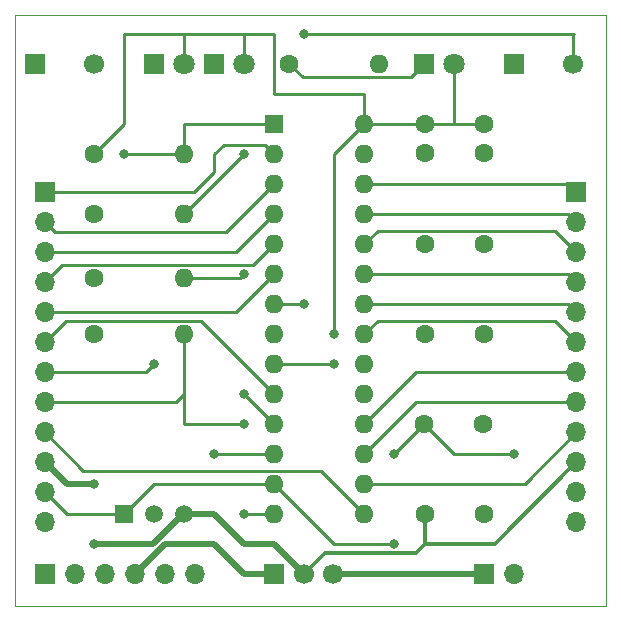
<source format=gbr>
%TF.GenerationSoftware,KiCad,Pcbnew,7.0.1-3b83917a11~172~ubuntu22.04.1*%
%TF.CreationDate,2023-04-12T17:14:37-05:00*%
%TF.ProjectId,Project,50726f6a-6563-4742-9e6b-696361645f70,rev?*%
%TF.SameCoordinates,Original*%
%TF.FileFunction,Copper,L1,Top*%
%TF.FilePolarity,Positive*%
%FSLAX46Y46*%
G04 Gerber Fmt 4.6, Leading zero omitted, Abs format (unit mm)*
G04 Created by KiCad (PCBNEW 7.0.1-3b83917a11~172~ubuntu22.04.1) date 2023-04-12 17:14:37*
%MOMM*%
%LPD*%
G01*
G04 APERTURE LIST*
%TA.AperFunction,ComponentPad*%
%ADD10R,1.600000X1.600000*%
%TD*%
%TA.AperFunction,ComponentPad*%
%ADD11O,1.600000X1.600000*%
%TD*%
%TA.AperFunction,ComponentPad*%
%ADD12R,1.500000X1.500000*%
%TD*%
%TA.AperFunction,ComponentPad*%
%ADD13C,1.500000*%
%TD*%
%TA.AperFunction,ComponentPad*%
%ADD14R,1.700000X1.700000*%
%TD*%
%TA.AperFunction,ComponentPad*%
%ADD15C,1.700000*%
%TD*%
%TA.AperFunction,ComponentPad*%
%ADD16C,1.600000*%
%TD*%
%TA.AperFunction,ComponentPad*%
%ADD17O,1.700000X1.700000*%
%TD*%
%TA.AperFunction,ComponentPad*%
%ADD18R,1.800000X1.800000*%
%TD*%
%TA.AperFunction,ComponentPad*%
%ADD19C,1.800000*%
%TD*%
%TA.AperFunction,ViaPad*%
%ADD20C,0.800000*%
%TD*%
%TA.AperFunction,Conductor*%
%ADD21C,0.500000*%
%TD*%
%TA.AperFunction,Conductor*%
%ADD22C,0.250000*%
%TD*%
%TA.AperFunction,Conductor*%
%ADD23C,0.350000*%
%TD*%
%TA.AperFunction,Profile*%
%ADD24C,0.100000*%
%TD*%
G04 APERTURE END LIST*
D10*
%TO.P,U2,1,MCLR*%
%TO.N,/MCLR*%
X121920000Y-109220000D03*
D11*
%TO.P,U2,2,A0*%
%TO.N,/A0*%
X121920000Y-111760000D03*
%TO.P,U2,3,A1*%
%TO.N,/A1*%
X121920000Y-114300000D03*
%TO.P,U2,4,B0*%
%TO.N,/B0*%
X121920000Y-116840000D03*
%TO.P,U2,5,B1*%
%TO.N,/B1*%
X121920000Y-119380000D03*
%TO.P,U2,6,B2*%
%TO.N,/B2*%
X121920000Y-121920000D03*
%TO.P,U2,7,B3*%
%TO.N,/U1TX*%
X121920000Y-124460000D03*
%TO.P,U2,8,Vss*%
%TO.N,GND*%
X121920000Y-127000000D03*
%TO.P,U2,9,A2*%
%TO.N,/U1RX*%
X121920000Y-129540000D03*
%TO.P,U2,10,A3*%
%TO.N,/A3*%
X121920000Y-132080000D03*
%TO.P,U2,11,B4*%
%TO.N,/GREEN*%
X121920000Y-134620000D03*
%TO.P,U2,12,A4*%
%TO.N,/USER*%
X121920000Y-137160000D03*
%TO.P,U2,13,Vdd*%
%TO.N,+3.3V*%
X121920000Y-139700000D03*
%TO.P,U2,14,B5*%
%TO.N,/YELLOW*%
X121920000Y-142240000D03*
%TO.P,U2,15,B6*%
%TO.N,/B6*%
X129540000Y-142240000D03*
%TO.P,U2,16,B7*%
%TO.N,/B7*%
X129540000Y-139700000D03*
%TO.P,U2,17,B8*%
%TO.N,/B8*%
X129540000Y-137160000D03*
%TO.P,U2,18,B9*%
%TO.N,/B9*%
X129540000Y-134620000D03*
%TO.P,U2,19,Vss*%
%TO.N,GND*%
X129540000Y-132080000D03*
%TO.P,U2,20,Vcap*%
%TO.N,Net-(U2-Vcap)*%
X129540000Y-129540000D03*
%TO.P,U2,21,B10*%
%TO.N,/B10*%
X129540000Y-127000000D03*
%TO.P,U2,22,B11*%
%TO.N,/B11*%
X129540000Y-124460000D03*
%TO.P,U2,23,B12*%
%TO.N,/B12*%
X129540000Y-121920000D03*
%TO.P,U2,24,B13*%
%TO.N,/B13*%
X129540000Y-119380000D03*
%TO.P,U2,25,B14*%
%TO.N,/B14*%
X129540000Y-116840000D03*
%TO.P,U2,26,B15*%
%TO.N,/B15*%
X129540000Y-114300000D03*
%TO.P,U2,27,AVss*%
%TO.N,GND*%
X129540000Y-111760000D03*
%TO.P,U2,28,AVdd*%
%TO.N,+3.3V*%
X129540000Y-109220000D03*
%TD*%
D12*
%TO.P,U1,1,VO*%
%TO.N,+3.3V*%
X109220000Y-142240000D03*
D13*
%TO.P,U1,2,GND*%
%TO.N,GND*%
X111760000Y-142240000D03*
%TO.P,U1,3,VI*%
%TO.N,/Vin*%
X114300000Y-142240000D03*
%TD*%
D14*
%TO.P,SW3,1,1*%
%TO.N,GND*%
X101680000Y-104140000D03*
D15*
%TO.P,SW3,2,2*%
%TO.N,/MCLR*%
X106680000Y-104140000D03*
%TD*%
D14*
%TO.P,SW2,1,1*%
%TO.N,GND*%
X142240000Y-104140000D03*
D15*
%TO.P,SW2,2,2*%
%TO.N,/USER*%
X147240000Y-104140000D03*
%TD*%
D14*
%TO.P,SW1,1,A*%
%TO.N,+5V*%
X121920000Y-147320000D03*
D15*
%TO.P,SW1,2,B*%
%TO.N,/Vin*%
X124420000Y-147320000D03*
%TO.P,SW1,3,C*%
%TO.N,Net-(J1-5V)*%
X126920000Y-147320000D03*
%TD*%
D16*
%TO.P,R5,1*%
%TO.N,Net-(D3-K)*%
X123190000Y-104140000D03*
D11*
%TO.P,R5,2*%
%TO.N,GND*%
X130810000Y-104140000D03*
%TD*%
D16*
%TO.P,R4,1*%
%TO.N,Net-(D2-K)*%
X106680000Y-127000000D03*
D11*
%TO.P,R4,2*%
%TO.N,/YELLOW*%
X114300000Y-127000000D03*
%TD*%
D16*
%TO.P,R3,1*%
%TO.N,Net-(D1-K)*%
X106680000Y-122300000D03*
D11*
%TO.P,R3,2*%
%TO.N,/GREEN*%
X114300000Y-122300000D03*
%TD*%
D16*
%TO.P,R2,1*%
%TO.N,+3.3V*%
X106680000Y-116840000D03*
D11*
%TO.P,R2,2*%
%TO.N,/USER*%
X114300000Y-116840000D03*
%TD*%
D16*
%TO.P,R1,1*%
%TO.N,+3.3V*%
X106680000Y-111760000D03*
D11*
%TO.P,R1,2*%
%TO.N,/MCLR*%
X114300000Y-111760000D03*
%TD*%
D14*
%TO.P,J4,1,1*%
%TO.N,/B15*%
X147500000Y-115000000D03*
D17*
%TO.P,J4,2,2*%
%TO.N,/B14*%
X147500000Y-117540000D03*
%TO.P,J4,3,3*%
%TO.N,/B13*%
X147500000Y-120080000D03*
%TO.P,J4,4,4*%
%TO.N,/B12*%
X147500000Y-122620000D03*
%TO.P,J4,5,5*%
%TO.N,/B11*%
X147500000Y-125160000D03*
%TO.P,J4,6,6*%
%TO.N,/B10*%
X147500000Y-127700000D03*
%TO.P,J4,7,7*%
%TO.N,/B9*%
X147500000Y-130240000D03*
%TO.P,J4,8,8*%
%TO.N,/B8*%
X147500000Y-132780000D03*
%TO.P,J4,9,9*%
%TO.N,/B7*%
X147500000Y-135320000D03*
%TO.P,J4,10,10*%
%TO.N,/Vin*%
X147500000Y-137860000D03*
%TO.P,J4,11,11*%
%TO.N,+3.3V*%
X147500000Y-140400000D03*
%TO.P,J4,12,12*%
%TO.N,GND*%
X147500000Y-142940000D03*
%TD*%
D14*
%TO.P,J3,1,1*%
%TO.N,/A0*%
X102500000Y-115000000D03*
D17*
%TO.P,J3,2,2*%
%TO.N,/A1*%
X102500000Y-117540000D03*
%TO.P,J3,3,3*%
%TO.N,/B0*%
X102500000Y-120080000D03*
%TO.P,J3,4,4*%
%TO.N,/B1*%
X102500000Y-122620000D03*
%TO.P,J3,5,5*%
%TO.N,/B2*%
X102500000Y-125160000D03*
%TO.P,J3,6,6*%
%TO.N,/A3*%
X102500000Y-127700000D03*
%TO.P,J3,7,7*%
%TO.N,/GREEN*%
X102500000Y-130240000D03*
%TO.P,J3,8,8*%
%TO.N,/YELLOW*%
X102500000Y-132780000D03*
%TO.P,J3,9,9*%
%TO.N,/B6*%
X102500000Y-135320000D03*
%TO.P,J3,10,10*%
%TO.N,/Vin*%
X102500000Y-137860000D03*
%TO.P,J3,11,11*%
%TO.N,+3.3V*%
X102500000Y-140400000D03*
%TO.P,J3,12,12*%
%TO.N,GND*%
X102500000Y-142940000D03*
%TD*%
D14*
%TO.P,J2,1,1*%
%TO.N,unconnected-(J2-Pad1)*%
X102500000Y-147320000D03*
D17*
%TO.P,J2,2,2*%
%TO.N,/U1TX*%
X105040000Y-147320000D03*
%TO.P,J2,3,3*%
%TO.N,/U1RX*%
X107580000Y-147320000D03*
%TO.P,J2,4,4*%
%TO.N,+5V*%
X110120000Y-147320000D03*
%TO.P,J2,5,5*%
%TO.N,unconnected-(J2-Pad5)*%
X112660000Y-147320000D03*
%TO.P,J2,6,6*%
%TO.N,GND*%
X115200000Y-147320000D03*
%TD*%
D14*
%TO.P,J1,1,5V*%
%TO.N,Net-(J1-5V)*%
X139700000Y-147320000D03*
D17*
%TO.P,J1,2,GND*%
%TO.N,GND*%
X142240000Y-147320000D03*
%TD*%
D18*
%TO.P,D3,1,K*%
%TO.N,Net-(D3-K)*%
X134620000Y-104140000D03*
D19*
%TO.P,D3,2,A*%
%TO.N,+3.3V*%
X137160000Y-104140000D03*
%TD*%
D18*
%TO.P,D2,1,K*%
%TO.N,Net-(D2-K)*%
X116840000Y-104140000D03*
D19*
%TO.P,D2,2,A*%
%TO.N,+3.3V*%
X119380000Y-104140000D03*
%TD*%
D18*
%TO.P,D1,1,K*%
%TO.N,Net-(D1-K)*%
X111760000Y-104140000D03*
D19*
%TO.P,D1,2,A*%
%TO.N,+3.3V*%
X114300000Y-104140000D03*
%TD*%
D16*
%TO.P,C6,1*%
%TO.N,+3.3V*%
X134620000Y-134620000D03*
%TO.P,C6,2*%
%TO.N,GND*%
X139620000Y-134620000D03*
%TD*%
%TO.P,C5,1*%
%TO.N,+3.3V*%
X134700000Y-127000000D03*
%TO.P,C5,2*%
%TO.N,GND*%
X139700000Y-127000000D03*
%TD*%
%TO.P,C4,1*%
%TO.N,Net-(U2-Vcap)*%
X134700000Y-119380000D03*
%TO.P,C4,2*%
%TO.N,GND*%
X139700000Y-119380000D03*
%TD*%
%TO.P,C3,1*%
%TO.N,+3.3V*%
X139700000Y-109220000D03*
%TO.P,C3,2*%
%TO.N,GND*%
X139700000Y-111720000D03*
%TD*%
%TO.P,C2,1*%
%TO.N,+3.3V*%
X134660000Y-109220000D03*
%TO.P,C2,2*%
%TO.N,GND*%
X134660000Y-111720000D03*
%TD*%
%TO.P,C1,1*%
%TO.N,/Vin*%
X134700000Y-142240000D03*
%TO.P,C1,2*%
%TO.N,GND*%
X139700000Y-142240000D03*
%TD*%
D20*
%TO.N,/MCLR*%
X109220000Y-111760000D03*
%TO.N,+3.3V*%
X127000000Y-127000000D03*
X142240000Y-137160000D03*
X132080000Y-137160000D03*
X132080000Y-144780000D03*
%TO.N,/U1TX*%
X124460000Y-124460000D03*
%TO.N,/U1RX*%
X127000000Y-129540000D03*
%TO.N,/GREEN*%
X111760000Y-129540000D03*
X119380000Y-121920000D03*
X119380000Y-132080000D03*
%TO.N,/USER*%
X116840000Y-137160000D03*
%TO.N,/YELLOW*%
X119380000Y-134620000D03*
X119380000Y-142240000D03*
%TO.N,/USER*%
X124460000Y-101600000D03*
X119380000Y-111760000D03*
%TO.N,/Vin*%
X106680000Y-139700000D03*
X106680000Y-144780000D03*
%TD*%
D21*
%TO.N,Net-(J1-5V)*%
X126920000Y-147320000D02*
X139700000Y-147320000D01*
D22*
%TO.N,/MCLR*%
X114300000Y-111760000D02*
X109220000Y-111760000D01*
D23*
%TO.N,/Vin*%
X134700000Y-144780000D02*
X140580000Y-144780000D01*
X140580000Y-144780000D02*
X147500000Y-137860000D01*
X134700000Y-142240000D02*
X134700000Y-144780000D01*
X134700000Y-144780000D02*
X133925000Y-145555000D01*
X133925000Y-145555000D02*
X126185000Y-145555000D01*
X126185000Y-145555000D02*
X124420000Y-147320000D01*
D22*
%TO.N,+3.3V*%
X127000000Y-111760000D02*
X129540000Y-109220000D01*
X127000000Y-127000000D02*
X127000000Y-111760000D01*
X142240000Y-137160000D02*
X137160000Y-137160000D01*
X137160000Y-137160000D02*
X134620000Y-134620000D01*
X132080000Y-137160000D02*
X134620000Y-134620000D01*
X127000000Y-144780000D02*
X132080000Y-144780000D01*
X121920000Y-139700000D02*
X127000000Y-144780000D01*
%TO.N,/U1TX*%
X124460000Y-124460000D02*
X121920000Y-124460000D01*
%TO.N,/U1RX*%
X121920000Y-129540000D02*
X127000000Y-129540000D01*
%TO.N,/GREEN*%
X102500000Y-130240000D02*
X111060000Y-130240000D01*
X111060000Y-130240000D02*
X111760000Y-129540000D01*
%TO.N,/A3*%
X102500000Y-127700000D02*
X104325000Y-125875000D01*
X104325000Y-125875000D02*
X115715000Y-125875000D01*
X115715000Y-125875000D02*
X121920000Y-132080000D01*
%TO.N,/B2*%
X102500000Y-125160000D02*
X118680000Y-125160000D01*
X118680000Y-125160000D02*
X121920000Y-121920000D01*
%TO.N,/GREEN*%
X119000000Y-122300000D02*
X114300000Y-122300000D01*
X121920000Y-134620000D02*
X119380000Y-132080000D01*
X119380000Y-121920000D02*
X119000000Y-122300000D01*
%TO.N,/B1*%
X102500000Y-122620000D02*
X103945000Y-121175000D01*
X103945000Y-121175000D02*
X120125000Y-121175000D01*
X120125000Y-121175000D02*
X121920000Y-119380000D01*
%TO.N,/B0*%
X102500000Y-120080000D02*
X118680000Y-120080000D01*
X118680000Y-120080000D02*
X121920000Y-116840000D01*
%TO.N,/A1*%
X102500000Y-117540000D02*
X103350000Y-118390000D01*
X103350000Y-118390000D02*
X117830000Y-118390000D01*
X117830000Y-118390000D02*
X121920000Y-114300000D01*
%TO.N,/A0*%
X116840000Y-113274695D02*
X116840000Y-111760000D01*
X115114695Y-115000000D02*
X116840000Y-113274695D01*
X102500000Y-115000000D02*
X115114695Y-115000000D01*
X116840000Y-111760000D02*
X117639999Y-110960001D01*
X117639999Y-110960001D02*
X121120001Y-110960001D01*
X121120001Y-110960001D02*
X121920000Y-111760000D01*
%TO.N,/USER*%
X121920000Y-137160000D02*
X116840000Y-137160000D01*
%TO.N,/B6*%
X102500000Y-135320000D02*
X105755000Y-138575000D01*
X105755000Y-138575000D02*
X125875000Y-138575000D01*
X125875000Y-138575000D02*
X129540000Y-142240000D01*
%TO.N,/YELLOW*%
X119380000Y-134620000D02*
X114300000Y-134620000D01*
X114300000Y-134620000D02*
X114300000Y-132080000D01*
X121920000Y-142240000D02*
X119380000Y-142240000D01*
X113600000Y-132780000D02*
X114300000Y-132080000D01*
X102500000Y-132780000D02*
X113600000Y-132780000D01*
X114300000Y-132080000D02*
X114300000Y-127000000D01*
%TO.N,Net-(D3-K)*%
X123190000Y-104140000D02*
X124315000Y-105265000D01*
X124315000Y-105265000D02*
X133495000Y-105265000D01*
X133495000Y-105265000D02*
X134620000Y-104140000D01*
%TO.N,/USER*%
X114300000Y-116840000D02*
X119380000Y-111760000D01*
X147320000Y-101600000D02*
X124460000Y-101600000D01*
X147240000Y-104140000D02*
X147240000Y-101680000D01*
X147240000Y-101680000D02*
X147320000Y-101600000D01*
%TO.N,/B7*%
X129540000Y-139700000D02*
X143120000Y-139700000D01*
X143120000Y-139700000D02*
X147500000Y-135320000D01*
%TO.N,/B8*%
X147500000Y-132780000D02*
X133920000Y-132780000D01*
X133920000Y-132780000D02*
X129540000Y-137160000D01*
%TO.N,/B9*%
X129540000Y-134620000D02*
X133920000Y-130240000D01*
X133920000Y-130240000D02*
X147500000Y-130240000D01*
%TO.N,/B10*%
X129540000Y-127000000D02*
X130665000Y-125875000D01*
X130665000Y-125875000D02*
X145675000Y-125875000D01*
X145675000Y-125875000D02*
X147500000Y-127700000D01*
%TO.N,/B11*%
X129540000Y-124460000D02*
X146800000Y-124460000D01*
X146800000Y-124460000D02*
X147500000Y-125160000D01*
%TO.N,/B12*%
X129540000Y-121920000D02*
X146800000Y-121920000D01*
X146800000Y-121920000D02*
X147500000Y-122620000D01*
%TO.N,/B13*%
X129540000Y-119380000D02*
X130665000Y-118255000D01*
X130665000Y-118255000D02*
X145675000Y-118255000D01*
X145675000Y-118255000D02*
X147500000Y-120080000D01*
%TO.N,/B14*%
X129540000Y-116840000D02*
X146800000Y-116840000D01*
X146800000Y-116840000D02*
X147500000Y-117540000D01*
%TO.N,/B15*%
X129540000Y-114300000D02*
X146800000Y-114300000D01*
X146800000Y-114300000D02*
X147500000Y-115000000D01*
%TO.N,+3.3V*%
X134660000Y-109220000D02*
X137160000Y-109220000D01*
X137160000Y-109220000D02*
X139700000Y-109220000D01*
X137160000Y-104140000D02*
X137160000Y-109220000D01*
X129540000Y-109220000D02*
X134660000Y-109220000D01*
X121920000Y-106680000D02*
X129540000Y-106680000D01*
X119380000Y-101600000D02*
X121920000Y-101600000D01*
X129540000Y-106680000D02*
X129540000Y-109220000D01*
X121920000Y-101600000D02*
X121920000Y-106680000D01*
X114300000Y-101600000D02*
X119380000Y-101600000D01*
X119380000Y-101600000D02*
X119380000Y-104140000D01*
X109220000Y-101600000D02*
X114300000Y-101600000D01*
X106680000Y-111760000D02*
X109220000Y-109220000D01*
X109220000Y-109220000D02*
X109220000Y-101600000D01*
X114300000Y-101600000D02*
X114300000Y-104140000D01*
%TO.N,/MCLR*%
X121920000Y-109220000D02*
X114300000Y-109220000D01*
X114300000Y-109220000D02*
X114300000Y-111760000D01*
%TO.N,+3.3V*%
X109220000Y-142240000D02*
X111760000Y-139700000D01*
X111760000Y-139700000D02*
X121920000Y-139700000D01*
X102500000Y-140400000D02*
X104340000Y-142240000D01*
X104340000Y-142240000D02*
X109220000Y-142240000D01*
D21*
%TO.N,/Vin*%
X114300000Y-142240000D02*
X114210050Y-142240000D01*
X114210050Y-142240000D02*
X111670050Y-144780000D01*
X111670050Y-144780000D02*
X106680000Y-144780000D01*
X106680000Y-139700000D02*
X104340000Y-139700000D01*
X104340000Y-139700000D02*
X102500000Y-137860000D01*
X121880000Y-144780000D02*
X119380000Y-144780000D01*
X124420000Y-147320000D02*
X121880000Y-144780000D01*
X119380000Y-144780000D02*
X116840000Y-142240000D01*
X116840000Y-142240000D02*
X114300000Y-142240000D01*
%TO.N,+5V*%
X116840000Y-144780000D02*
X119380000Y-147320000D01*
X110120000Y-147320000D02*
X112660000Y-144780000D01*
X112660000Y-144780000D02*
X116840000Y-144780000D01*
X119380000Y-147320000D02*
X121920000Y-147320000D01*
%TD*%
D24*
X150000000Y-100000000D02*
X100000000Y-100000000D01*
X100000000Y-150000000D02*
X150000000Y-150000000D01*
X150000000Y-150000000D02*
X150000000Y-100000000D01*
X100000000Y-150000000D02*
X100000000Y-100000000D01*
M02*

</source>
